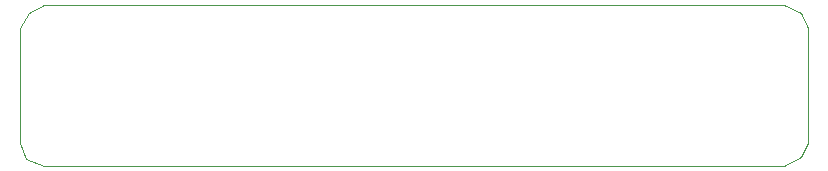
<source format=gbr>
%TF.GenerationSoftware,KiCad,Pcbnew,7.0.6*%
%TF.CreationDate,2023-08-15T09:54:10+01:00*%
%TF.ProjectId,pcb,7063622e-6b69-4636-9164-5f7063625858,rev?*%
%TF.SameCoordinates,Original*%
%TF.FileFunction,Profile,NP*%
%FSLAX46Y46*%
G04 Gerber Fmt 4.6, Leading zero omitted, Abs format (unit mm)*
G04 Created by KiCad (PCBNEW 7.0.6) date 2023-08-15 09:54:10*
%MOMM*%
%LPD*%
G01*
G04 APERTURE LIST*
%TA.AperFunction,Profile*%
%ADD10C,0.100000*%
%TD*%
G04 APERTURE END LIST*
D10*
X14947900Y-182580280D02*
X16248380Y-181881780D01*
X14249400Y-183880760D02*
X14947900Y-182580280D01*
X14249400Y-193581020D02*
X14249400Y-183880760D01*
X14747240Y-194980560D02*
X14249400Y-193581020D01*
X16248380Y-195580000D02*
X14747240Y-194980560D01*
X78948280Y-195580000D02*
X16248380Y-195580000D01*
X80347820Y-194782440D02*
X78948280Y-195580000D01*
X80947260Y-193581020D02*
X80347820Y-194782440D01*
X80947260Y-183880760D02*
X80947260Y-193581020D01*
X80347820Y-182580280D02*
X80947260Y-183880760D01*
X78948280Y-181881780D02*
X80347820Y-182580280D01*
X16248380Y-181881780D02*
X78948280Y-181881780D01*
M02*

</source>
